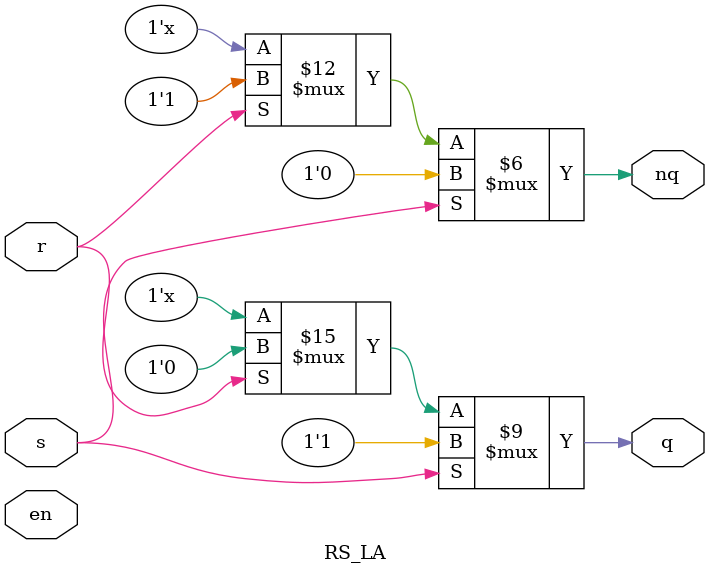
<source format=v>
`timescale 1ns / 1ps

/*
module RS_LA(EN, R, S, Q, NQ);
input EN, R, S;
output Q, NQ;

reg Q, NQ;
initial begin
    Q = 0; NQ = 0;
end

always @(EN) begin
    if (R) begin
    NQ = ~(~(R&EN) & Q);
    Q = ~(~(S&EN) & NQ);
    //Q = NQ;
    end
    
    if (S) begin
    Q = ~(~(S&EN) & NQ);
    NQ = ~(~(R&EN) & Q);
    //NQ = Q;
    end
end
endmodule
*/
module RS_LA (en, r, s, q, nq);
input en, r, s;
output q, nq;
reg q, nq;
initial begin
	q = 0;
	nq = 0;
end

always @(en) begin
	if (r == 1) begin
		q = 0;
		nq = 1;
	end

	if (s == 1) begin
		q = 1;
		nq = 0;	
	end
end
endmodule
</source>
